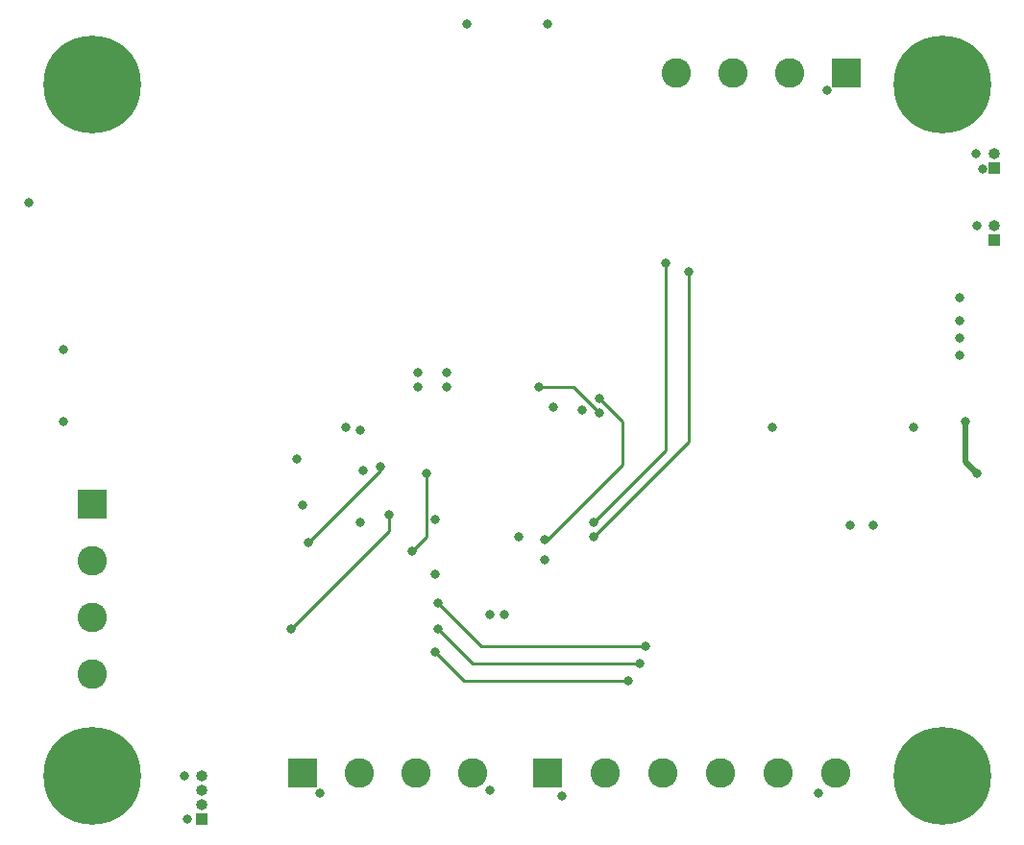
<source format=gbr>
%TF.GenerationSoftware,KiCad,Pcbnew,7.0.7*%
%TF.CreationDate,2023-10-17T18:40:51-05:00*%
%TF.ProjectId,stm32f405rgt6,73746d33-3266-4343-9035-726774362e6b,rev?*%
%TF.SameCoordinates,Original*%
%TF.FileFunction,Copper,L4,Bot*%
%TF.FilePolarity,Positive*%
%FSLAX46Y46*%
G04 Gerber Fmt 4.6, Leading zero omitted, Abs format (unit mm)*
G04 Created by KiCad (PCBNEW 7.0.7) date 2023-10-17 18:40:51*
%MOMM*%
%LPD*%
G01*
G04 APERTURE LIST*
%TA.AperFunction,ComponentPad*%
%ADD10C,0.900000*%
%TD*%
%TA.AperFunction,ComponentPad*%
%ADD11C,8.600000*%
%TD*%
%TA.AperFunction,ComponentPad*%
%ADD12R,1.000000X1.000000*%
%TD*%
%TA.AperFunction,ComponentPad*%
%ADD13O,1.000000X1.000000*%
%TD*%
%TA.AperFunction,ComponentPad*%
%ADD14R,2.600000X2.600000*%
%TD*%
%TA.AperFunction,ComponentPad*%
%ADD15C,2.600000*%
%TD*%
%TA.AperFunction,ViaPad*%
%ADD16C,0.800000*%
%TD*%
%TA.AperFunction,Conductor*%
%ADD17C,0.250000*%
%TD*%
%TA.AperFunction,Conductor*%
%ADD18C,0.500000*%
%TD*%
G04 APERTURE END LIST*
D10*
%TO.P,H4,1,1*%
%TO.N,GND*%
X202007000Y-128524000D03*
X202951581Y-126243581D03*
X202951581Y-130804419D03*
X205232000Y-125299000D03*
D11*
X205232000Y-128524000D03*
D10*
X205232000Y-131749000D03*
X207512419Y-126243581D03*
X207512419Y-130804419D03*
X208457000Y-128524000D03*
%TD*%
D12*
%TO.P,J7,1,Pin_1*%
%TO.N,+5V*%
X209804000Y-81280000D03*
D13*
%TO.P,J7,2,Pin_2*%
%TO.N,GND*%
X209804000Y-80010000D03*
%TD*%
D10*
%TO.P,H3,1,1*%
%TO.N,GND*%
X127077000Y-128524000D03*
X128021581Y-126243581D03*
X128021581Y-130804419D03*
X130302000Y-125299000D03*
D11*
X130302000Y-128524000D03*
D10*
X130302000Y-131749000D03*
X132582419Y-126243581D03*
X132582419Y-130804419D03*
X133527000Y-128524000D03*
%TD*%
D14*
%TO.P,I2C,1,Pin_1*%
%TO.N,GND*%
X148830000Y-128270000D03*
D15*
%TO.P,I2C,2,Pin_2*%
%TO.N,I2C2_SCL*%
X153830000Y-128270000D03*
%TO.P,I2C,3,Pin_3*%
%TO.N,I2C2_SDA*%
X158830000Y-128270000D03*
%TO.P,I2C,4,Pin_4*%
%TO.N,+3.3V*%
X163830000Y-128270000D03*
%TD*%
D10*
%TO.P,H1,1,1*%
%TO.N,GND*%
X202007000Y-67564000D03*
X202951581Y-65283581D03*
X202951581Y-69844419D03*
X205232000Y-64339000D03*
D11*
X205232000Y-67564000D03*
D10*
X205232000Y-70789000D03*
X207512419Y-65283581D03*
X207512419Y-69844419D03*
X208457000Y-67564000D03*
%TD*%
D14*
%TO.P,J8,1,Pin_1*%
%TO.N,GND*%
X196770000Y-66548000D03*
D15*
%TO.P,J8,2,Pin_2*%
%TO.N,CAN_TX*%
X191770000Y-66548000D03*
%TO.P,J8,3,Pin_3*%
%TO.N,CAN_RX*%
X186770000Y-66548000D03*
%TO.P,J8,4,Pin_4*%
%TO.N,+5V*%
X181770000Y-66548000D03*
%TD*%
D14*
%TO.P,Analog Inputs,1,Pin_1*%
%TO.N,LinPot4*%
X130251000Y-104514000D03*
D15*
%TO.P,Analog Inputs,2,Pin_2*%
%TO.N,LinPot3*%
X130251000Y-109514000D03*
%TO.P,Analog Inputs,3,Pin_3*%
%TO.N,LinPot2*%
X130251000Y-114514000D03*
%TO.P,Analog Inputs,4,Pin_4*%
%TO.N,LinPot1*%
X130251000Y-119514000D03*
%TD*%
D14*
%TO.P,SPI,1,Pin_1*%
%TO.N,+3.3V*%
X170434000Y-128270000D03*
D15*
%TO.P,SPI,2,Pin_2*%
%TO.N,SPI1_CS*%
X175514000Y-128270000D03*
%TO.P,SPI,3,Pin_3*%
%TO.N,SPI1_MOSI*%
X180594000Y-128270000D03*
%TO.P,SPI,4,Pin_4*%
%TO.N,SPI1_MISO*%
X185674000Y-128270000D03*
%TO.P,SPI,5,Pin_5*%
%TO.N,SPI1_SCK*%
X190754000Y-128270000D03*
%TO.P,SPI,6,Pin_6*%
%TO.N,GND*%
X195834000Y-128270000D03*
%TD*%
D12*
%TO.P,J1,1,Pin_1*%
%TO.N,+3.3V*%
X139954000Y-132334000D03*
D13*
%TO.P,J1,2,Pin_2*%
%TO.N,USART2_RX*%
X139954000Y-131064000D03*
%TO.P,J1,3,Pin_3*%
%TO.N,USART2_TX*%
X139954000Y-129794000D03*
%TO.P,J1,4,Pin_4*%
%TO.N,GND*%
X139954000Y-128524000D03*
%TD*%
D10*
%TO.P,H2,1,1*%
%TO.N,GND*%
X127077000Y-67564000D03*
X128021581Y-65283581D03*
X128021581Y-69844419D03*
X130302000Y-64339000D03*
D11*
X130302000Y-67564000D03*
D10*
X130302000Y-70789000D03*
X132582419Y-65283581D03*
X132582419Y-69844419D03*
X133527000Y-67564000D03*
%TD*%
D12*
%TO.P,J9,1,Pin_1*%
%TO.N,+3.3V*%
X209804000Y-74930000D03*
D13*
%TO.P,J9,2,Pin_2*%
%TO.N,GND*%
X209804000Y-73660000D03*
%TD*%
D16*
%TO.N,GND*%
X208280000Y-80010000D03*
%TO.N,+3.3V*%
X171704000Y-130302000D03*
X208788000Y-75042000D03*
X153935500Y-106183500D03*
X159004000Y-94234000D03*
X159004000Y-92964000D03*
X160528000Y-110744000D03*
X127762000Y-90932000D03*
X138684000Y-132334000D03*
X167894000Y-107442000D03*
X206756000Y-91440000D03*
X153924000Y-98044000D03*
X165354000Y-129794000D03*
X165354000Y-114300000D03*
X170434000Y-62230000D03*
X199136000Y-106426000D03*
X166624000Y-114300000D03*
X170942000Y-96012000D03*
%TO.N,GND*%
X170180000Y-109474000D03*
X206756000Y-86360000D03*
X154178000Y-101600000D03*
X206756000Y-88392000D03*
X173482000Y-96266000D03*
X194310000Y-130048000D03*
X163322000Y-62230000D03*
X148844000Y-104648000D03*
X161544000Y-92964000D03*
X206756000Y-89916000D03*
X148336000Y-100584000D03*
X124714000Y-77978000D03*
X160528000Y-105918000D03*
X197104000Y-106426000D03*
X208168000Y-73660000D03*
X195072000Y-68072000D03*
X127762000Y-97282000D03*
X161544000Y-94234000D03*
X138430000Y-128524000D03*
X190246000Y-97790000D03*
X152654000Y-97790000D03*
X150368000Y-130048000D03*
X202692000Y-97790000D03*
%TO.N,USART2_TX*%
X156464000Y-105488000D03*
X147828000Y-115570000D03*
%TO.N,SWCLK*%
X175006000Y-96520000D03*
X169672000Y-94234000D03*
%TO.N,SWO*%
X175006000Y-95250000D03*
X170180000Y-107696000D03*
%TO.N,unconnected-(J4-Shield-Pad6)*%
X208280000Y-101854000D03*
X207264000Y-97282000D03*
%TO.N,SPI1_MOSI*%
X177546000Y-120142000D03*
X160528000Y-117602000D03*
%TO.N,SPI1_MISO*%
X178562000Y-118618000D03*
X160782000Y-115570000D03*
%TO.N,SPI1_SCK*%
X179070000Y-117094000D03*
X160782000Y-113284000D03*
%TO.N,LinPot2*%
X155702000Y-101212500D03*
X149352000Y-107950000D03*
%TO.N,LinPot1*%
X159766000Y-101854000D03*
X158496000Y-108712000D03*
%TO.N,CAN_TX*%
X180848000Y-83312000D03*
X174498000Y-106172000D03*
%TO.N,CAN_RX*%
X174498000Y-107442000D03*
X182880000Y-84074000D03*
%TD*%
D17*
%TO.N,USART2_TX*%
X156464000Y-106934000D02*
X147828000Y-115570000D01*
X156464000Y-105488000D02*
X156464000Y-106934000D01*
%TO.N,SWCLK*%
X175006000Y-96520000D02*
X172720000Y-94234000D01*
X172720000Y-94234000D02*
X169672000Y-94234000D01*
%TO.N,SWO*%
X177038000Y-97282000D02*
X175006000Y-95250000D01*
X170180000Y-107696000D02*
X170434000Y-107696000D01*
X170434000Y-107696000D02*
X177038000Y-101092000D01*
X177038000Y-101092000D02*
X177038000Y-97282000D01*
D18*
%TO.N,unconnected-(J4-Shield-Pad6)*%
X207264000Y-100838000D02*
X208280000Y-101854000D01*
X207264000Y-97282000D02*
X207264000Y-100838000D01*
D17*
%TO.N,SPI1_MOSI*%
X163068000Y-120142000D02*
X160528000Y-117602000D01*
X177546000Y-120142000D02*
X173990000Y-120142000D01*
X173990000Y-120142000D02*
X163068000Y-120142000D01*
%TO.N,SPI1_MISO*%
X163830000Y-118618000D02*
X160782000Y-115570000D01*
X178562000Y-118618000D02*
X163830000Y-118618000D01*
%TO.N,SPI1_SCK*%
X179070000Y-117094000D02*
X164592000Y-117094000D01*
X164592000Y-117094000D02*
X160782000Y-113284000D01*
%TO.N,LinPot2*%
X155702000Y-101600000D02*
X155702000Y-101212500D01*
X149352000Y-107950000D02*
X155702000Y-101600000D01*
%TO.N,LinPot1*%
X159766000Y-107442000D02*
X159766000Y-101854000D01*
X158496000Y-108712000D02*
X159766000Y-107442000D01*
%TO.N,CAN_TX*%
X180848000Y-99822000D02*
X174498000Y-106172000D01*
X180848000Y-83312000D02*
X180848000Y-99822000D01*
%TO.N,CAN_RX*%
X182880000Y-84074000D02*
X182880000Y-99060000D01*
X182880000Y-99060000D02*
X174498000Y-107442000D01*
%TD*%
M02*

</source>
